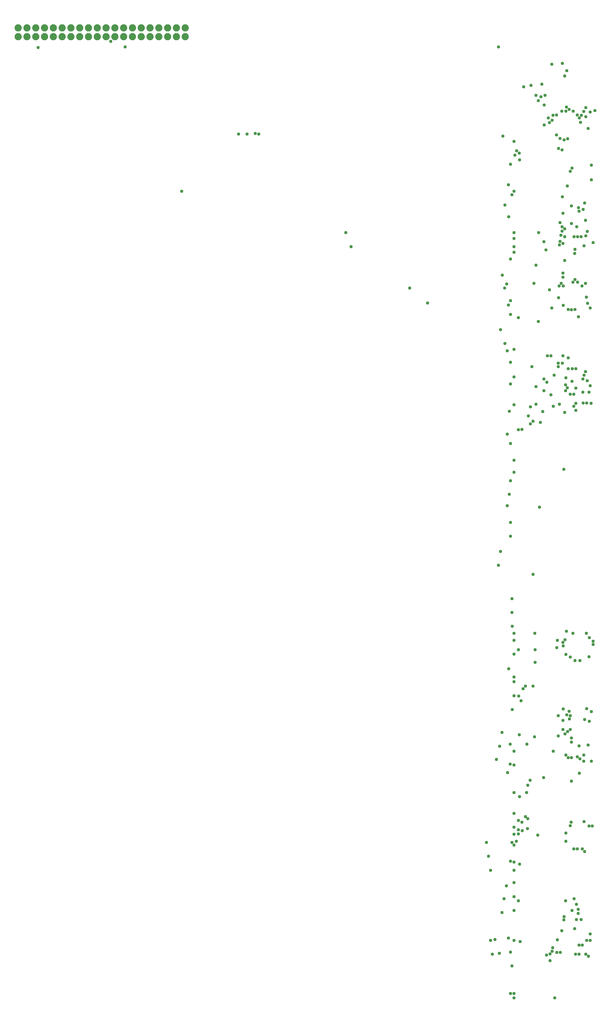
<source format=gbr>
G04 EAGLE Gerber RS-274X export*
G75*
%MOMM*%
%FSLAX34Y34*%
%LPD*%
%INSoldermask Bottom*%
%IPPOS*%
%AMOC8*
5,1,8,0,0,1.08239X$1,22.5*%
G01*
%ADD10C,2.082800*%
%ADD11C,0.959600*%


D10*
X1212300Y2852400D03*
X1237700Y2852400D03*
X1263100Y2852400D03*
X1288500Y2852400D03*
X1313900Y2852400D03*
X1339300Y2852400D03*
X1364700Y2852400D03*
X1390100Y2852400D03*
X1415500Y2852400D03*
X1440900Y2852400D03*
X1466300Y2852400D03*
X1491700Y2852400D03*
X1517100Y2852400D03*
X1517100Y2877800D03*
X1491700Y2877800D03*
X1466300Y2877800D03*
X1440900Y2877800D03*
X1415500Y2877800D03*
X1390100Y2877800D03*
X1364700Y2877800D03*
X1339300Y2877800D03*
X1313900Y2877800D03*
X1288500Y2877800D03*
X1263100Y2877800D03*
X1237700Y2877800D03*
X1212300Y2877800D03*
X1542500Y2852400D03*
X1542500Y2877800D03*
X1567900Y2852400D03*
X1567900Y2877800D03*
X1593300Y2852400D03*
X1593300Y2877800D03*
X1618700Y2852400D03*
X1618700Y2877800D03*
X1644100Y2852400D03*
X1644100Y2877800D03*
X1669500Y2852400D03*
X1669500Y2877800D03*
X1694900Y2852400D03*
X1694900Y2877800D03*
D11*
X2821250Y2065000D03*
X2807500Y2463750D03*
X2835000Y1051250D03*
X2800000Y2557500D03*
X2737500Y2236250D03*
X2780000Y2278750D03*
X2661250Y658750D03*
X2778750Y208750D03*
X2727500Y1770000D03*
X2700000Y1742500D03*
X2700000Y1300000D03*
X2786250Y852500D03*
X2633750Y810000D03*
X2603750Y803750D03*
X2571250Y486250D03*
X2635000Y472500D03*
X2790000Y312500D03*
X2772500Y1910000D03*
X2751250Y1931250D03*
X2731250Y2260000D03*
X2786250Y2342500D03*
X1848750Y2571250D03*
X2173750Y2246250D03*
X2645000Y2246250D03*
X2686250Y1757500D03*
X2696250Y1900000D03*
X2610000Y843750D03*
X2577500Y446250D03*
X2645000Y446250D03*
X2788750Y302500D03*
X2772500Y1900000D03*
X2741250Y1931250D03*
X1873750Y2571250D03*
X2158750Y2286250D03*
X2645000Y2286250D03*
X2716250Y2286250D03*
X2721250Y1738750D03*
X2685000Y691250D03*
X2590000Y246250D03*
X2577500Y243750D03*
X2756250Y222500D03*
X2751250Y1818750D03*
X2708750Y1791250D03*
X2702500Y2140000D03*
X2791250Y2275000D03*
X1907500Y2571250D03*
X2395000Y2083750D03*
X2628750Y2077500D03*
X2682500Y810000D03*
X2703750Y831250D03*
X2706250Y1046250D03*
X2706250Y1082500D03*
X2691250Y706250D03*
X2602500Y206250D03*
X2582500Y203750D03*
X2768750Y208750D03*
X2731250Y1830000D03*
X2708750Y1842500D03*
X2708750Y2192500D03*
X2777500Y2261250D03*
X1897500Y2572500D03*
X2343750Y2126250D03*
X2617500Y2126250D03*
X2790000Y2553750D03*
X2812500Y2472500D03*
X2795000Y530000D03*
X2651250Y530000D03*
X2817500Y1820000D03*
X2798750Y1838750D03*
X2811250Y2063750D03*
X2831250Y2043750D03*
X2795000Y1068750D03*
X2772500Y833750D03*
X2667500Y1718750D03*
X2811250Y827500D03*
X2661250Y2496250D03*
X2855000Y243750D03*
X2822500Y203750D03*
X2635000Y90000D03*
X2738750Y201250D03*
X2865000Y262500D03*
X2865000Y243750D03*
X2748750Y205000D03*
X2748750Y185000D03*
X2762500Y77500D03*
X2645000Y77500D03*
X2755000Y212500D03*
X2645000Y90000D03*
X2871250Y573750D03*
X2832500Y203750D03*
X2638750Y170000D03*
X2861250Y573750D03*
X2832500Y230000D03*
X2635000Y210000D03*
X2657500Y590000D03*
X2628750Y250000D03*
X2847500Y586250D03*
X2852500Y203750D03*
X2645000Y243750D03*
X2677500Y601250D03*
X2610000Y323750D03*
X2860000Y197500D03*
X2662500Y240000D03*
X2685000Y595000D03*
X2616250Y363750D03*
X2782500Y271250D03*
X2645000Y330000D03*
X2667500Y585000D03*
X2622500Y401250D03*
X2830000Y321250D03*
X2793750Y357500D03*
X2657500Y357500D03*
X2645000Y370000D03*
X2810000Y585000D03*
X2820000Y277500D03*
X2645000Y410000D03*
X2807500Y575000D03*
X2838750Y303750D03*
X2645000Y470000D03*
X2683750Y566250D03*
X2638750Y526250D03*
X2825000Y347500D03*
X2668750Y560000D03*
X2645000Y550000D03*
X2825000Y303750D03*
X2661250Y463750D03*
X2657500Y551250D03*
X2657500Y562500D03*
X2645000Y570000D03*
X2818750Y363750D03*
X2795000Y553750D03*
X2713750Y547500D03*
X2645000Y610000D03*
X2812500Y330000D03*
X2862500Y876250D03*
X2846250Y761250D03*
X2645000Y670000D03*
X2681250Y670000D03*
X2658750Y948750D03*
X2626250Y727500D03*
X2795000Y778750D03*
X2873750Y1097500D03*
X2827500Y773750D03*
X2645000Y750000D03*
X2801250Y771250D03*
X2873750Y1107500D03*
X2835000Y767500D03*
X2645000Y790000D03*
X2758750Y790000D03*
X2862500Y1117500D03*
X2855000Y912500D03*
X2853750Y1130000D03*
X2832500Y805000D03*
X2660000Y837500D03*
X2811250Y816250D03*
X2665000Y935000D03*
X2640000Y910000D03*
X2811250Y771250D03*
X2671250Y970000D03*
X2645000Y950000D03*
X2730000Y713750D03*
X2677500Y977500D03*
X2645000Y990000D03*
X2800000Y846250D03*
X2700000Y977500D03*
X2796250Y1136250D03*
X2630000Y1027500D03*
X2792500Y840000D03*
X2645000Y1003750D03*
X2815000Y1130000D03*
X2705000Y1130000D03*
X2657500Y1082500D03*
X2645000Y1070000D03*
X2807500Y852500D03*
X2770000Y1110000D03*
X2645000Y1110000D03*
X2803750Y905000D03*
X2787500Y1093750D03*
X2792500Y1111250D03*
X2645000Y1130000D03*
X2807500Y892500D03*
X2786250Y1103750D03*
X2640000Y1150000D03*
X2805000Y882500D03*
X2787500Y911250D03*
X2797500Y895000D03*
X2638750Y1190000D03*
X2768750Y1088750D03*
X2772500Y892500D03*
X2786250Y878750D03*
X2638750Y1230000D03*
X2853750Y2100000D03*
X2843750Y1863750D03*
X2600000Y1326250D03*
X2776250Y1791250D03*
X2857500Y2082500D03*
X2856250Y1858750D03*
X2606250Y1366250D03*
X2758750Y1785000D03*
X2753750Y2068750D03*
X2715000Y2030000D03*
X2635000Y1410000D03*
X2718750Y1493750D03*
X2851250Y2140000D03*
X2867500Y1793750D03*
X2635000Y1450000D03*
X2788750Y1603750D03*
X2786250Y2157500D03*
X2747500Y2121250D03*
X2793750Y1830000D03*
X2807500Y1820000D03*
X2625000Y1498750D03*
X2841250Y2132500D03*
X2843750Y1826250D03*
X2631250Y1531250D03*
X2817500Y1785000D03*
X2828750Y2143750D03*
X2851250Y1885000D03*
X2823750Y1837500D03*
X2823750Y1793750D03*
X2635000Y1570000D03*
X2821250Y2151250D03*
X2845000Y1795000D03*
X2645000Y1595000D03*
X2823750Y1773750D03*
X2815000Y2143750D03*
X2847500Y1875000D03*
X2645000Y1630000D03*
X2791250Y1767500D03*
X2861250Y1826250D03*
X2761250Y1875000D03*
X2812500Y1857500D03*
X2635000Y1677500D03*
X2692500Y1735000D03*
X2692500Y1783750D03*
X2781250Y2140000D03*
X2625000Y1705000D03*
X2793750Y1847500D03*
X2787500Y2132500D03*
X2813750Y1893750D03*
X2631250Y1771250D03*
X2775000Y2132500D03*
X2823750Y1893750D03*
X2645000Y1790000D03*
X2785000Y1910000D03*
X2801250Y1893750D03*
X2635000Y1850000D03*
X2645000Y1870000D03*
X2795000Y1867500D03*
X2773750Y2098750D03*
X2786250Y1931250D03*
X2635000Y1912500D03*
X2852500Y2621250D03*
X2625000Y1945000D03*
X2786250Y2255000D03*
X2846250Y2636250D03*
X2606250Y2006250D03*
X2818750Y2275000D03*
X2865000Y2635000D03*
X2852500Y2647500D03*
X2837500Y2605000D03*
X2828750Y2275000D03*
X2635000Y2050000D03*
X2791250Y2206250D03*
X2821250Y2238750D03*
X2840000Y2625000D03*
X2847500Y2248750D03*
X2635000Y2090000D03*
X2776250Y2251250D03*
X2833750Y2617500D03*
X2838750Y2275000D03*
X2623750Y2138750D03*
X2732500Y2655000D03*
X2611250Y2163750D03*
X2791250Y2297500D03*
X2816250Y2637500D03*
X2852500Y2277500D03*
X2635000Y2210000D03*
X2783750Y2303750D03*
X2826250Y2303750D03*
X2803750Y2642500D03*
X2856250Y2290000D03*
X2645000Y2230000D03*
X2783750Y2291250D03*
X2795000Y2637500D03*
X2851250Y2322500D03*
X2645000Y2270000D03*
X2777500Y2315000D03*
X2811250Y2312500D03*
X2796250Y2648750D03*
X2848750Y2372500D03*
X2630000Y2332500D03*
X2757500Y2625000D03*
X2782500Y2637500D03*
X2845000Y2353750D03*
X2618750Y2366250D03*
X2767500Y2626250D03*
X2638750Y2396250D03*
X2831250Y2358750D03*
X2743750Y2617500D03*
X2628750Y2425000D03*
X2832500Y2348750D03*
X2811250Y2363750D03*
X2785000Y2390000D03*
X2755000Y2611250D03*
X2635000Y2483750D03*
X2652500Y2522500D03*
X2747500Y2603750D03*
X2647500Y2510000D03*
X2660000Y2516250D03*
X2732500Y2597500D03*
X2645000Y2550000D03*
X2801250Y1925000D03*
X2645000Y1950000D03*
X2618750Y1966250D03*
X2725000Y2715000D03*
X2830000Y333750D03*
X2645000Y518750D03*
X2565000Y526250D03*
X2693750Y2711250D03*
X2817500Y507500D03*
X2807500Y1061250D03*
X1270000Y2821250D03*
X2787500Y2076250D03*
X2767500Y2568750D03*
X1685000Y2406250D03*
X2645000Y2406250D03*
X2827500Y507500D03*
X2821250Y1051250D03*
X2777500Y2558750D03*
X2801250Y2065000D03*
X2612500Y2565000D03*
X2715000Y2667500D03*
X2773750Y2530000D03*
X2820000Y2226250D03*
X2827500Y2626250D03*
X2848750Y500000D03*
X2833750Y726250D03*
X2868750Y761250D03*
X2868750Y903750D03*
X2786250Y2170000D03*
X2657500Y2041250D03*
X2657500Y1717500D03*
X2593750Y766250D03*
X2633750Y752500D03*
X2811250Y703750D03*
X2858750Y2587500D03*
X2785000Y2775000D03*
X2708750Y2682500D03*
X2753750Y2772500D03*
X2735000Y2682500D03*
X2791250Y2738750D03*
X1521250Y2822500D03*
X2600000Y2822500D03*
X2798750Y2421250D03*
X2783750Y2525000D03*
X2722500Y2678750D03*
X2797500Y2753750D03*
X1480000Y2838750D03*
X2842500Y230000D03*
X2770000Y245000D03*
X2858750Y807500D03*
X2846250Y778750D03*
X2848750Y881250D03*
X2842500Y507500D03*
X2865000Y1845000D03*
X2865000Y2068750D03*
X2740000Y1855000D03*
X2731250Y1863750D03*
X2672500Y2707500D03*
X2873750Y2257500D03*
X2878750Y2638750D03*
X2861250Y1062500D03*
X2855000Y1795000D03*
X2868750Y2438750D03*
X2868750Y2481250D03*
M02*

</source>
